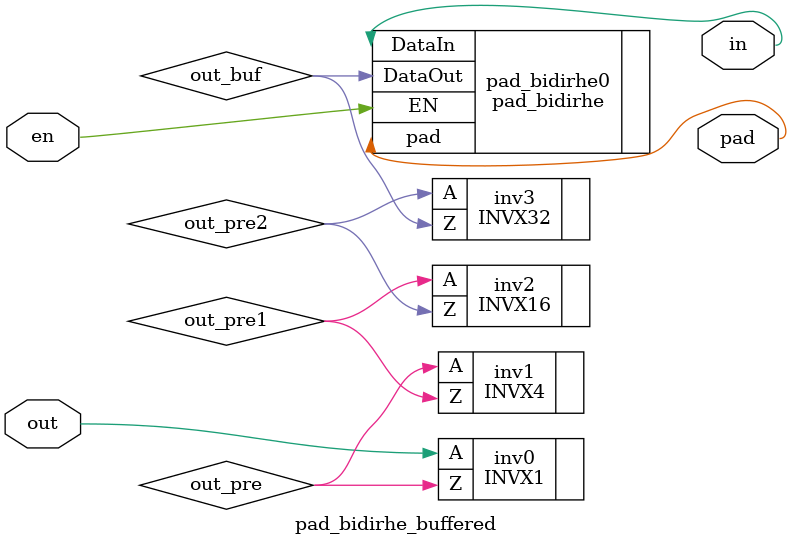
<source format=v>

module pad_out_buffered (
	input out,
	output pad
);
wire out_pre, out_pre1, out_pre2, out_buf;

INVX1 inv0 (.A(out), .Z(out_pre));
INVX4 inv1 (.A(out_pre), .Z(out_pre1));
INVX16 inv2 (.A(out_pre1), .Z(out_pre2));
INVX32 inv3 (.A(out_pre2), .Z(out_buf));
pad_out pad_out0(.pad(pad), .DataOut(out_buf));

endmodule // pad_out_buffered

module pad_bidirhe_buffered (
	input out,
	output pad,
	input en,
	output in
);

wire out_pre, out_pre1, out_pre2, out_buf;

INVX1 inv0 (.A(out), .Z(out_pre));
INVX4 inv1 (.A(out_pre), .Z(out_pre1));
INVX16 inv2 (.A(out_pre1), .Z(out_pre2));
INVX32 inv3 (.A(out_pre2), .Z(out_buf));
//pad_out pad_out0(.pad(pad), .DataOut(out_buf));
pad_bidirhe pad_bidirhe0(.EN(en), .DataOut(out_buf), .DataIn(in), .pad(pad));

endmodule // pad_out_buffered
</source>
